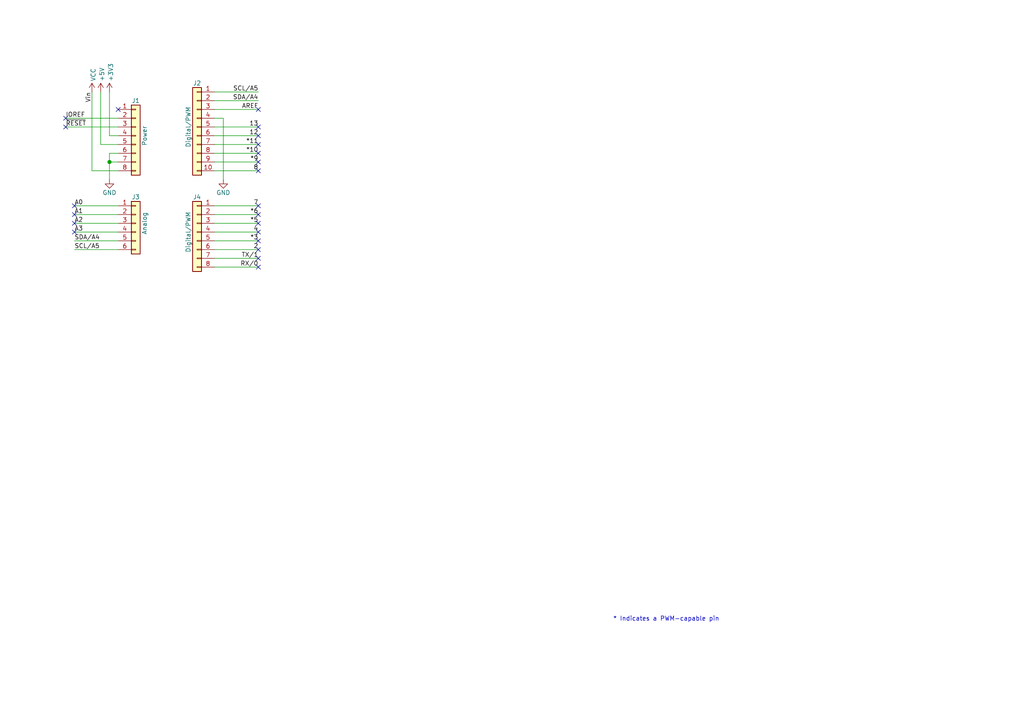
<source format=kicad_sch>
(kicad_sch (version 20211123) (generator eeschema)

  (uuid e63e39d7-6ac0-4ffd-8aa3-1841a4541b55)

  (paper "A4")

  (title_block
    (date "mar. 31 mars 2015")
  )

  (lib_symbols
    (symbol "Connector_Generic:Conn_01x06" (pin_names (offset 1.016) hide) (in_bom yes) (on_board yes)
      (property "Reference" "J" (id 0) (at 0 7.62 0)
        (effects (font (size 1.27 1.27)))
      )
      (property "Value" "Conn_01x06" (id 1) (at 0 -10.16 0)
        (effects (font (size 1.27 1.27)))
      )
      (property "Footprint" "" (id 2) (at 0 0 0)
        (effects (font (size 1.27 1.27)) hide)
      )
      (property "Datasheet" "~" (id 3) (at 0 0 0)
        (effects (font (size 1.27 1.27)) hide)
      )
      (property "ki_keywords" "connector" (id 4) (at 0 0 0)
        (effects (font (size 1.27 1.27)) hide)
      )
      (property "ki_description" "Generic connector, single row, 01x06, script generated (kicad-library-utils/schlib/autogen/connector/)" (id 5) (at 0 0 0)
        (effects (font (size 1.27 1.27)) hide)
      )
      (property "ki_fp_filters" "Connector*:*_1x??_*" (id 6) (at 0 0 0)
        (effects (font (size 1.27 1.27)) hide)
      )
      (symbol "Conn_01x06_1_1"
        (rectangle (start -1.27 -7.493) (end 0 -7.747)
          (stroke (width 0.1524) (type default) (color 0 0 0 0))
          (fill (type none))
        )
        (rectangle (start -1.27 -4.953) (end 0 -5.207)
          (stroke (width 0.1524) (type default) (color 0 0 0 0))
          (fill (type none))
        )
        (rectangle (start -1.27 -2.413) (end 0 -2.667)
          (stroke (width 0.1524) (type default) (color 0 0 0 0))
          (fill (type none))
        )
        (rectangle (start -1.27 0.127) (end 0 -0.127)
          (stroke (width 0.1524) (type default) (color 0 0 0 0))
          (fill (type none))
        )
        (rectangle (start -1.27 2.667) (end 0 2.413)
          (stroke (width 0.1524) (type default) (color 0 0 0 0))
          (fill (type none))
        )
        (rectangle (start -1.27 5.207) (end 0 4.953)
          (stroke (width 0.1524) (type default) (color 0 0 0 0))
          (fill (type none))
        )
        (rectangle (start -1.27 6.35) (end 1.27 -8.89)
          (stroke (width 0.254) (type default) (color 0 0 0 0))
          (fill (type background))
        )
        (pin passive line (at -5.08 5.08 0) (length 3.81)
          (name "Pin_1" (effects (font (size 1.27 1.27))))
          (number "1" (effects (font (size 1.27 1.27))))
        )
        (pin passive line (at -5.08 2.54 0) (length 3.81)
          (name "Pin_2" (effects (font (size 1.27 1.27))))
          (number "2" (effects (font (size 1.27 1.27))))
        )
        (pin passive line (at -5.08 0 0) (length 3.81)
          (name "Pin_3" (effects (font (size 1.27 1.27))))
          (number "3" (effects (font (size 1.27 1.27))))
        )
        (pin passive line (at -5.08 -2.54 0) (length 3.81)
          (name "Pin_4" (effects (font (size 1.27 1.27))))
          (number "4" (effects (font (size 1.27 1.27))))
        )
        (pin passive line (at -5.08 -5.08 0) (length 3.81)
          (name "Pin_5" (effects (font (size 1.27 1.27))))
          (number "5" (effects (font (size 1.27 1.27))))
        )
        (pin passive line (at -5.08 -7.62 0) (length 3.81)
          (name "Pin_6" (effects (font (size 1.27 1.27))))
          (number "6" (effects (font (size 1.27 1.27))))
        )
      )
    )
    (symbol "Connector_Generic:Conn_01x08" (pin_names (offset 1.016) hide) (in_bom yes) (on_board yes)
      (property "Reference" "J" (id 0) (at 0 10.16 0)
        (effects (font (size 1.27 1.27)))
      )
      (property "Value" "Conn_01x08" (id 1) (at 0 -12.7 0)
        (effects (font (size 1.27 1.27)))
      )
      (property "Footprint" "" (id 2) (at 0 0 0)
        (effects (font (size 1.27 1.27)) hide)
      )
      (property "Datasheet" "~" (id 3) (at 0 0 0)
        (effects (font (size 1.27 1.27)) hide)
      )
      (property "ki_keywords" "connector" (id 4) (at 0 0 0)
        (effects (font (size 1.27 1.27)) hide)
      )
      (property "ki_description" "Generic connector, single row, 01x08, script generated (kicad-library-utils/schlib/autogen/connector/)" (id 5) (at 0 0 0)
        (effects (font (size 1.27 1.27)) hide)
      )
      (property "ki_fp_filters" "Connector*:*_1x??_*" (id 6) (at 0 0 0)
        (effects (font (size 1.27 1.27)) hide)
      )
      (symbol "Conn_01x08_1_1"
        (rectangle (start -1.27 -10.033) (end 0 -10.287)
          (stroke (width 0.1524) (type default) (color 0 0 0 0))
          (fill (type none))
        )
        (rectangle (start -1.27 -7.493) (end 0 -7.747)
          (stroke (width 0.1524) (type default) (color 0 0 0 0))
          (fill (type none))
        )
        (rectangle (start -1.27 -4.953) (end 0 -5.207)
          (stroke (width 0.1524) (type default) (color 0 0 0 0))
          (fill (type none))
        )
        (rectangle (start -1.27 -2.413) (end 0 -2.667)
          (stroke (width 0.1524) (type default) (color 0 0 0 0))
          (fill (type none))
        )
        (rectangle (start -1.27 0.127) (end 0 -0.127)
          (stroke (width 0.1524) (type default) (color 0 0 0 0))
          (fill (type none))
        )
        (rectangle (start -1.27 2.667) (end 0 2.413)
          (stroke (width 0.1524) (type default) (color 0 0 0 0))
          (fill (type none))
        )
        (rectangle (start -1.27 5.207) (end 0 4.953)
          (stroke (width 0.1524) (type default) (color 0 0 0 0))
          (fill (type none))
        )
        (rectangle (start -1.27 7.747) (end 0 7.493)
          (stroke (width 0.1524) (type default) (color 0 0 0 0))
          (fill (type none))
        )
        (rectangle (start -1.27 8.89) (end 1.27 -11.43)
          (stroke (width 0.254) (type default) (color 0 0 0 0))
          (fill (type background))
        )
        (pin passive line (at -5.08 7.62 0) (length 3.81)
          (name "Pin_1" (effects (font (size 1.27 1.27))))
          (number "1" (effects (font (size 1.27 1.27))))
        )
        (pin passive line (at -5.08 5.08 0) (length 3.81)
          (name "Pin_2" (effects (font (size 1.27 1.27))))
          (number "2" (effects (font (size 1.27 1.27))))
        )
        (pin passive line (at -5.08 2.54 0) (length 3.81)
          (name "Pin_3" (effects (font (size 1.27 1.27))))
          (number "3" (effects (font (size 1.27 1.27))))
        )
        (pin passive line (at -5.08 0 0) (length 3.81)
          (name "Pin_4" (effects (font (size 1.27 1.27))))
          (number "4" (effects (font (size 1.27 1.27))))
        )
        (pin passive line (at -5.08 -2.54 0) (length 3.81)
          (name "Pin_5" (effects (font (size 1.27 1.27))))
          (number "5" (effects (font (size 1.27 1.27))))
        )
        (pin passive line (at -5.08 -5.08 0) (length 3.81)
          (name "Pin_6" (effects (font (size 1.27 1.27))))
          (number "6" (effects (font (size 1.27 1.27))))
        )
        (pin passive line (at -5.08 -7.62 0) (length 3.81)
          (name "Pin_7" (effects (font (size 1.27 1.27))))
          (number "7" (effects (font (size 1.27 1.27))))
        )
        (pin passive line (at -5.08 -10.16 0) (length 3.81)
          (name "Pin_8" (effects (font (size 1.27 1.27))))
          (number "8" (effects (font (size 1.27 1.27))))
        )
      )
    )
    (symbol "Connector_Generic:Conn_01x10" (pin_names (offset 1.016) hide) (in_bom yes) (on_board yes)
      (property "Reference" "J" (id 0) (at 0 12.7 0)
        (effects (font (size 1.27 1.27)))
      )
      (property "Value" "Conn_01x10" (id 1) (at 0 -15.24 0)
        (effects (font (size 1.27 1.27)))
      )
      (property "Footprint" "" (id 2) (at 0 0 0)
        (effects (font (size 1.27 1.27)) hide)
      )
      (property "Datasheet" "~" (id 3) (at 0 0 0)
        (effects (font (size 1.27 1.27)) hide)
      )
      (property "ki_keywords" "connector" (id 4) (at 0 0 0)
        (effects (font (size 1.27 1.27)) hide)
      )
      (property "ki_description" "Generic connector, single row, 01x10, script generated (kicad-library-utils/schlib/autogen/connector/)" (id 5) (at 0 0 0)
        (effects (font (size 1.27 1.27)) hide)
      )
      (property "ki_fp_filters" "Connector*:*_1x??_*" (id 6) (at 0 0 0)
        (effects (font (size 1.27 1.27)) hide)
      )
      (symbol "Conn_01x10_1_1"
        (rectangle (start -1.27 -12.573) (end 0 -12.827)
          (stroke (width 0.1524) (type default) (color 0 0 0 0))
          (fill (type none))
        )
        (rectangle (start -1.27 -10.033) (end 0 -10.287)
          (stroke (width 0.1524) (type default) (color 0 0 0 0))
          (fill (type none))
        )
        (rectangle (start -1.27 -7.493) (end 0 -7.747)
          (stroke (width 0.1524) (type default) (color 0 0 0 0))
          (fill (type none))
        )
        (rectangle (start -1.27 -4.953) (end 0 -5.207)
          (stroke (width 0.1524) (type default) (color 0 0 0 0))
          (fill (type none))
        )
        (rectangle (start -1.27 -2.413) (end 0 -2.667)
          (stroke (width 0.1524) (type default) (color 0 0 0 0))
          (fill (type none))
        )
        (rectangle (start -1.27 0.127) (end 0 -0.127)
          (stroke (width 0.1524) (type default) (color 0 0 0 0))
          (fill (type none))
        )
        (rectangle (start -1.27 2.667) (end 0 2.413)
          (stroke (width 0.1524) (type default) (color 0 0 0 0))
          (fill (type none))
        )
        (rectangle (start -1.27 5.207) (end 0 4.953)
          (stroke (width 0.1524) (type default) (color 0 0 0 0))
          (fill (type none))
        )
        (rectangle (start -1.27 7.747) (end 0 7.493)
          (stroke (width 0.1524) (type default) (color 0 0 0 0))
          (fill (type none))
        )
        (rectangle (start -1.27 10.287) (end 0 10.033)
          (stroke (width 0.1524) (type default) (color 0 0 0 0))
          (fill (type none))
        )
        (rectangle (start -1.27 11.43) (end 1.27 -13.97)
          (stroke (width 0.254) (type default) (color 0 0 0 0))
          (fill (type background))
        )
        (pin passive line (at -5.08 10.16 0) (length 3.81)
          (name "Pin_1" (effects (font (size 1.27 1.27))))
          (number "1" (effects (font (size 1.27 1.27))))
        )
        (pin passive line (at -5.08 -12.7 0) (length 3.81)
          (name "Pin_10" (effects (font (size 1.27 1.27))))
          (number "10" (effects (font (size 1.27 1.27))))
        )
        (pin passive line (at -5.08 7.62 0) (length 3.81)
          (name "Pin_2" (effects (font (size 1.27 1.27))))
          (number "2" (effects (font (size 1.27 1.27))))
        )
        (pin passive line (at -5.08 5.08 0) (length 3.81)
          (name "Pin_3" (effects (font (size 1.27 1.27))))
          (number "3" (effects (font (size 1.27 1.27))))
        )
        (pin passive line (at -5.08 2.54 0) (length 3.81)
          (name "Pin_4" (effects (font (size 1.27 1.27))))
          (number "4" (effects (font (size 1.27 1.27))))
        )
        (pin passive line (at -5.08 0 0) (length 3.81)
          (name "Pin_5" (effects (font (size 1.27 1.27))))
          (number "5" (effects (font (size 1.27 1.27))))
        )
        (pin passive line (at -5.08 -2.54 0) (length 3.81)
          (name "Pin_6" (effects (font (size 1.27 1.27))))
          (number "6" (effects (font (size 1.27 1.27))))
        )
        (pin passive line (at -5.08 -5.08 0) (length 3.81)
          (name "Pin_7" (effects (font (size 1.27 1.27))))
          (number "7" (effects (font (size 1.27 1.27))))
        )
        (pin passive line (at -5.08 -7.62 0) (length 3.81)
          (name "Pin_8" (effects (font (size 1.27 1.27))))
          (number "8" (effects (font (size 1.27 1.27))))
        )
        (pin passive line (at -5.08 -10.16 0) (length 3.81)
          (name "Pin_9" (effects (font (size 1.27 1.27))))
          (number "9" (effects (font (size 1.27 1.27))))
        )
      )
    )
    (symbol "power:+3V3" (power) (pin_names (offset 0)) (in_bom yes) (on_board yes)
      (property "Reference" "#PWR" (id 0) (at 0 -3.81 0)
        (effects (font (size 1.27 1.27)) hide)
      )
      (property "Value" "+3V3" (id 1) (at 0 3.556 0)
        (effects (font (size 1.27 1.27)))
      )
      (property "Footprint" "" (id 2) (at 0 0 0)
        (effects (font (size 1.27 1.27)) hide)
      )
      (property "Datasheet" "" (id 3) (at 0 0 0)
        (effects (font (size 1.27 1.27)) hide)
      )
      (property "ki_keywords" "power-flag" (id 4) (at 0 0 0)
        (effects (font (size 1.27 1.27)) hide)
      )
      (property "ki_description" "Power symbol creates a global label with name \"+3V3\"" (id 5) (at 0 0 0)
        (effects (font (size 1.27 1.27)) hide)
      )
      (symbol "+3V3_0_1"
        (polyline
          (pts
            (xy -0.762 1.27)
            (xy 0 2.54)
          )
          (stroke (width 0) (type default) (color 0 0 0 0))
          (fill (type none))
        )
        (polyline
          (pts
            (xy 0 0)
            (xy 0 2.54)
          )
          (stroke (width 0) (type default) (color 0 0 0 0))
          (fill (type none))
        )
        (polyline
          (pts
            (xy 0 2.54)
            (xy 0.762 1.27)
          )
          (stroke (width 0) (type default) (color 0 0 0 0))
          (fill (type none))
        )
      )
      (symbol "+3V3_1_1"
        (pin power_in line (at 0 0 90) (length 0) hide
          (name "+3V3" (effects (font (size 1.27 1.27))))
          (number "1" (effects (font (size 1.27 1.27))))
        )
      )
    )
    (symbol "power:+5V" (power) (pin_names (offset 0)) (in_bom yes) (on_board yes)
      (property "Reference" "#PWR" (id 0) (at 0 -3.81 0)
        (effects (font (size 1.27 1.27)) hide)
      )
      (property "Value" "+5V" (id 1) (at 0 3.556 0)
        (effects (font (size 1.27 1.27)))
      )
      (property "Footprint" "" (id 2) (at 0 0 0)
        (effects (font (size 1.27 1.27)) hide)
      )
      (property "Datasheet" "" (id 3) (at 0 0 0)
        (effects (font (size 1.27 1.27)) hide)
      )
      (property "ki_keywords" "power-flag" (id 4) (at 0 0 0)
        (effects (font (size 1.27 1.27)) hide)
      )
      (property "ki_description" "Power symbol creates a global label with name \"+5V\"" (id 5) (at 0 0 0)
        (effects (font (size 1.27 1.27)) hide)
      )
      (symbol "+5V_0_1"
        (polyline
          (pts
            (xy -0.762 1.27)
            (xy 0 2.54)
          )
          (stroke (width 0) (type default) (color 0 0 0 0))
          (fill (type none))
        )
        (polyline
          (pts
            (xy 0 0)
            (xy 0 2.54)
          )
          (stroke (width 0) (type default) (color 0 0 0 0))
          (fill (type none))
        )
        (polyline
          (pts
            (xy 0 2.54)
            (xy 0.762 1.27)
          )
          (stroke (width 0) (type default) (color 0 0 0 0))
          (fill (type none))
        )
      )
      (symbol "+5V_1_1"
        (pin power_in line (at 0 0 90) (length 0) hide
          (name "+5V" (effects (font (size 1.27 1.27))))
          (number "1" (effects (font (size 1.27 1.27))))
        )
      )
    )
    (symbol "power:GND" (power) (pin_names (offset 0)) (in_bom yes) (on_board yes)
      (property "Reference" "#PWR" (id 0) (at 0 -6.35 0)
        (effects (font (size 1.27 1.27)) hide)
      )
      (property "Value" "GND" (id 1) (at 0 -3.81 0)
        (effects (font (size 1.27 1.27)))
      )
      (property "Footprint" "" (id 2) (at 0 0 0)
        (effects (font (size 1.27 1.27)) hide)
      )
      (property "Datasheet" "" (id 3) (at 0 0 0)
        (effects (font (size 1.27 1.27)) hide)
      )
      (property "ki_keywords" "power-flag" (id 4) (at 0 0 0)
        (effects (font (size 1.27 1.27)) hide)
      )
      (property "ki_description" "Power symbol creates a global label with name \"GND\" , ground" (id 5) (at 0 0 0)
        (effects (font (size 1.27 1.27)) hide)
      )
      (symbol "GND_0_1"
        (polyline
          (pts
            (xy 0 0)
            (xy 0 -1.27)
            (xy 1.27 -1.27)
            (xy 0 -2.54)
            (xy -1.27 -1.27)
            (xy 0 -1.27)
          )
          (stroke (width 0) (type default) (color 0 0 0 0))
          (fill (type none))
        )
      )
      (symbol "GND_1_1"
        (pin power_in line (at 0 0 270) (length 0) hide
          (name "GND" (effects (font (size 1.27 1.27))))
          (number "1" (effects (font (size 1.27 1.27))))
        )
      )
    )
    (symbol "power:VCC" (power) (pin_names (offset 0)) (in_bom yes) (on_board yes)
      (property "Reference" "#PWR" (id 0) (at 0 -3.81 0)
        (effects (font (size 1.27 1.27)) hide)
      )
      (property "Value" "VCC" (id 1) (at 0 3.81 0)
        (effects (font (size 1.27 1.27)))
      )
      (property "Footprint" "" (id 2) (at 0 0 0)
        (effects (font (size 1.27 1.27)) hide)
      )
      (property "Datasheet" "" (id 3) (at 0 0 0)
        (effects (font (size 1.27 1.27)) hide)
      )
      (property "ki_keywords" "power-flag" (id 4) (at 0 0 0)
        (effects (font (size 1.27 1.27)) hide)
      )
      (property "ki_description" "Power symbol creates a global label with name \"VCC\"" (id 5) (at 0 0 0)
        (effects (font (size 1.27 1.27)) hide)
      )
      (symbol "VCC_0_1"
        (polyline
          (pts
            (xy -0.762 1.27)
            (xy 0 2.54)
          )
          (stroke (width 0) (type default) (color 0 0 0 0))
          (fill (type none))
        )
        (polyline
          (pts
            (xy 0 0)
            (xy 0 2.54)
          )
          (stroke (width 0) (type default) (color 0 0 0 0))
          (fill (type none))
        )
        (polyline
          (pts
            (xy 0 2.54)
            (xy 0.762 1.27)
          )
          (stroke (width 0) (type default) (color 0 0 0 0))
          (fill (type none))
        )
      )
      (symbol "VCC_1_1"
        (pin power_in line (at 0 0 90) (length 0) hide
          (name "VCC" (effects (font (size 1.27 1.27))))
          (number "1" (effects (font (size 1.27 1.27))))
        )
      )
    )
  )


  (junction (at 31.75 46.99) (diameter 1.016) (color 0 0 0 0)
    (uuid 3dcc657b-55a1-48e0-9667-e01e7b6b08b5)
  )

  (no_connect (at 74.93 39.37) (uuid 04bc50b1-58d9-4bca-b12e-c148662f3261))
  (no_connect (at 21.59 64.77) (uuid 0f44bc07-ddef-4f80-b6c4-8a6f4e834dad))
  (no_connect (at 74.93 77.47) (uuid 15b66314-8e59-42d5-acbd-947adb71823a))
  (no_connect (at 74.93 49.53) (uuid 189aeade-fb7b-4114-b31a-19a6aecd5f2d))
  (no_connect (at 74.93 74.93) (uuid 1cf9ba2a-7118-4df6-8a4b-291c1d232516))
  (no_connect (at 21.59 59.69) (uuid 239ffa26-8dfb-4312-a9fe-b089031c814a))
  (no_connect (at 74.93 59.69) (uuid 23f441fa-848b-4475-8003-6d2cbbaf2ec9))
  (no_connect (at 74.93 67.31) (uuid 79a9cc82-167b-42d0-abc1-514b9d25abb9))
  (no_connect (at 74.93 62.23) (uuid 81015c2c-786f-406f-9c7f-4661db8de610))
  (no_connect (at 21.59 62.23) (uuid aa1fdc02-e155-48ea-84a3-9c18b0becbf0))
  (no_connect (at 74.93 69.85) (uuid b070f3d4-05ac-4354-b20c-a690126b7035))
  (no_connect (at 19.05 36.83) (uuid b43e071a-f4a4-4f9b-9b05-e927e71738b0))
  (no_connect (at 74.93 41.91) (uuid b98eeb0f-9417-4796-902e-5713e85f7098))
  (no_connect (at 21.59 67.31) (uuid bd7b8e46-0cd5-44e3-9662-4a5bb9c1aef6))
  (no_connect (at 74.93 72.39) (uuid c2c68870-74ff-444e-959c-3471ff5eaa55))
  (no_connect (at 74.93 46.99) (uuid c4bd55ab-3d50-468f-abad-daa5524c4d18))
  (no_connect (at 34.29 31.75) (uuid d181157c-7812-47e5-a0cf-9580c905fc86))
  (no_connect (at 19.05 34.29) (uuid d2b27b90-f4c3-412d-93a0-c12b0d7045a3))
  (no_connect (at 74.93 36.83) (uuid d7686385-9c15-4cf4-92c1-4600429f5cd7))
  (no_connect (at 74.93 44.45) (uuid e3dc7e96-9ed3-4bf6-9238-bb980d5c060b))
  (no_connect (at 74.93 31.75) (uuid e6e2f6f4-4bbe-4d2b-80a9-ef9c087e67b0))
  (no_connect (at 74.93 64.77) (uuid ef81cb57-e584-4d62-83cf-957ff07ff129))

  (wire (pts (xy 62.23 77.47) (xy 74.93 77.47))
    (stroke (width 0) (type solid) (color 0 0 0 0))
    (uuid 010ba307-2067-49d3-b0fa-6414143f3fc2)
  )
  (wire (pts (xy 62.23 44.45) (xy 74.93 44.45))
    (stroke (width 0) (type solid) (color 0 0 0 0))
    (uuid 09480ba4-37da-45e3-b9fe-6beebf876349)
  )
  (wire (pts (xy 62.23 26.67) (xy 74.93 26.67))
    (stroke (width 0) (type solid) (color 0 0 0 0))
    (uuid 0f5d2189-4ead-42fa-8f7a-cfa3af4de132)
  )
  (wire (pts (xy 31.75 44.45) (xy 31.75 46.99))
    (stroke (width 0) (type solid) (color 0 0 0 0))
    (uuid 1c31b835-925f-4a5c-92df-8f2558bb711b)
  )
  (wire (pts (xy 21.59 72.39) (xy 34.29 72.39))
    (stroke (width 0) (type solid) (color 0 0 0 0))
    (uuid 20854542-d0b0-4be7-af02-0e5fceb34e01)
  )
  (wire (pts (xy 31.75 46.99) (xy 31.75 52.07))
    (stroke (width 0) (type solid) (color 0 0 0 0))
    (uuid 2df788b2-ce68-49bc-a497-4b6570a17f30)
  )
  (wire (pts (xy 31.75 39.37) (xy 34.29 39.37))
    (stroke (width 0) (type solid) (color 0 0 0 0))
    (uuid 3334b11d-5a13-40b4-a117-d693c543e4ab)
  )
  (wire (pts (xy 29.21 41.91) (xy 34.29 41.91))
    (stroke (width 0) (type solid) (color 0 0 0 0))
    (uuid 3661f80c-fef8-4441-83be-df8930b3b45e)
  )
  (wire (pts (xy 29.21 26.67) (xy 29.21 41.91))
    (stroke (width 0) (type solid) (color 0 0 0 0))
    (uuid 392bf1f6-bf67-427d-8d4c-0a87cb757556)
  )
  (wire (pts (xy 62.23 36.83) (xy 74.93 36.83))
    (stroke (width 0) (type solid) (color 0 0 0 0))
    (uuid 4227fa6f-c399-4f14-8228-23e39d2b7e7d)
  )
  (wire (pts (xy 31.75 26.67) (xy 31.75 39.37))
    (stroke (width 0) (type solid) (color 0 0 0 0))
    (uuid 442fb4de-4d55-45de-bc27-3e6222ceb890)
  )
  (wire (pts (xy 62.23 59.69) (xy 74.93 59.69))
    (stroke (width 0) (type solid) (color 0 0 0 0))
    (uuid 4455ee2e-5642-42c1-a83b-f7e65fa0c2f1)
  )
  (wire (pts (xy 34.29 59.69) (xy 21.59 59.69))
    (stroke (width 0) (type solid) (color 0 0 0 0))
    (uuid 486ca832-85f4-4989-b0f4-569faf9be534)
  )
  (wire (pts (xy 62.23 39.37) (xy 74.93 39.37))
    (stroke (width 0) (type solid) (color 0 0 0 0))
    (uuid 4a910b57-a5cd-4105-ab4f-bde2a80d4f00)
  )
  (wire (pts (xy 62.23 62.23) (xy 74.93 62.23))
    (stroke (width 0) (type solid) (color 0 0 0 0))
    (uuid 4e60e1af-19bd-45a0-b418-b7030b594dde)
  )
  (wire (pts (xy 62.23 46.99) (xy 74.93 46.99))
    (stroke (width 0) (type solid) (color 0 0 0 0))
    (uuid 63f2b71b-521b-4210-bf06-ed65e330fccc)
  )
  (wire (pts (xy 62.23 67.31) (xy 74.93 67.31))
    (stroke (width 0) (type solid) (color 0 0 0 0))
    (uuid 6bb3ea5f-9e60-4add-9d97-244be2cf61d2)
  )
  (wire (pts (xy 19.05 34.29) (xy 34.29 34.29))
    (stroke (width 0) (type solid) (color 0 0 0 0))
    (uuid 73d4774c-1387-4550-b580-a1cc0ac89b89)
  )
  (wire (pts (xy 64.77 34.29) (xy 64.77 52.07))
    (stroke (width 0) (type solid) (color 0 0 0 0))
    (uuid 84ce350c-b0c1-4e69-9ab2-f7ec7b8bb312)
  )
  (wire (pts (xy 62.23 31.75) (xy 74.93 31.75))
    (stroke (width 0) (type solid) (color 0 0 0 0))
    (uuid 8a3d35a2-f0f6-4dec-a606-7c8e288ca828)
  )
  (wire (pts (xy 34.29 64.77) (xy 21.59 64.77))
    (stroke (width 0) (type solid) (color 0 0 0 0))
    (uuid 9377eb1a-3b12-438c-8ebd-f86ace1e8d25)
  )
  (wire (pts (xy 19.05 36.83) (xy 34.29 36.83))
    (stroke (width 0) (type solid) (color 0 0 0 0))
    (uuid 93e52853-9d1e-4afe-aee8-b825ab9f5d09)
  )
  (wire (pts (xy 34.29 46.99) (xy 31.75 46.99))
    (stroke (width 0) (type solid) (color 0 0 0 0))
    (uuid 97df9ac9-dbb8-472e-b84f-3684d0eb5efc)
  )
  (wire (pts (xy 34.29 49.53) (xy 26.67 49.53))
    (stroke (width 0) (type solid) (color 0 0 0 0))
    (uuid a7518f9d-05df-4211-ba17-5d615f04ec46)
  )
  (wire (pts (xy 21.59 62.23) (xy 34.29 62.23))
    (stroke (width 0) (type solid) (color 0 0 0 0))
    (uuid aab97e46-23d6-4cbf-8684-537b94306d68)
  )
  (wire (pts (xy 62.23 34.29) (xy 64.77 34.29))
    (stroke (width 0) (type solid) (color 0 0 0 0))
    (uuid bcbc7302-8a54-4b9b-98b9-f277f1b20941)
  )
  (wire (pts (xy 34.29 44.45) (xy 31.75 44.45))
    (stroke (width 0) (type solid) (color 0 0 0 0))
    (uuid c12796ad-cf20-466f-9ab3-9cf441392c32)
  )
  (wire (pts (xy 62.23 41.91) (xy 74.93 41.91))
    (stroke (width 0) (type solid) (color 0 0 0 0))
    (uuid c722a1ff-12f1-49e5-88a4-44ffeb509ca2)
  )
  (wire (pts (xy 62.23 64.77) (xy 74.93 64.77))
    (stroke (width 0) (type solid) (color 0 0 0 0))
    (uuid cfe99980-2d98-4372-b495-04c53027340b)
  )
  (wire (pts (xy 21.59 67.31) (xy 34.29 67.31))
    (stroke (width 0) (type solid) (color 0 0 0 0))
    (uuid d3042136-2605-44b2-aebb-5484a9c90933)
  )
  (wire (pts (xy 62.23 29.21) (xy 74.93 29.21))
    (stroke (width 0) (type solid) (color 0 0 0 0))
    (uuid e7278977-132b-4777-9eb4-7d93363a4379)
  )
  (wire (pts (xy 62.23 72.39) (xy 74.93 72.39))
    (stroke (width 0) (type solid) (color 0 0 0 0))
    (uuid e9bdd59b-3252-4c44-a357-6fa1af0c210c)
  )
  (wire (pts (xy 62.23 69.85) (xy 74.93 69.85))
    (stroke (width 0) (type solid) (color 0 0 0 0))
    (uuid ec76dcc9-9949-4dda-bd76-046204829cb4)
  )
  (wire (pts (xy 62.23 74.93) (xy 74.93 74.93))
    (stroke (width 0) (type solid) (color 0 0 0 0))
    (uuid f853d1d4-c722-44df-98bf-4a6114204628)
  )
  (wire (pts (xy 26.67 49.53) (xy 26.67 26.67))
    (stroke (width 0) (type solid) (color 0 0 0 0))
    (uuid f8de70cd-e47d-4e80-8f3a-077e9df93aa8)
  )
  (wire (pts (xy 34.29 69.85) (xy 21.59 69.85))
    (stroke (width 0) (type solid) (color 0 0 0 0))
    (uuid fc39c32d-65b8-4d16-9db5-de89c54a1206)
  )
  (wire (pts (xy 62.23 49.53) (xy 74.93 49.53))
    (stroke (width 0) (type solid) (color 0 0 0 0))
    (uuid fe837306-92d0-4847-ad21-76c47ae932d1)
  )

  (text "* Indicates a PWM-capable pin" (at 177.8 180.34 0)
    (effects (font (size 1.27 1.27)) (justify left bottom))
    (uuid c364973a-9a67-4667-8185-a3a5c6c6cbdf)
  )

  (label "RX{slash}0" (at 74.93 77.47 180)
    (effects (font (size 1.27 1.27)) (justify right bottom))
    (uuid 01ea9310-cf66-436b-9b89-1a2f4237b59e)
  )
  (label "A2" (at 21.59 64.77 0)
    (effects (font (size 1.27 1.27)) (justify left bottom))
    (uuid 09251fd4-af37-4d86-8951-1faaac710ffa)
  )
  (label "4" (at 74.93 67.31 180)
    (effects (font (size 1.27 1.27)) (justify right bottom))
    (uuid 0d8cfe6d-11bf-42b9-9752-f9a5a76bce7e)
  )
  (label "2" (at 74.93 72.39 180)
    (effects (font (size 1.27 1.27)) (justify right bottom))
    (uuid 23f0c933-49f0-4410-a8db-8b017f48dadc)
  )
  (label "A3" (at 21.59 67.31 0)
    (effects (font (size 1.27 1.27)) (justify left bottom))
    (uuid 2c60ab74-0590-423b-8921-6f3212a358d2)
  )
  (label "13" (at 74.93 36.83 180)
    (effects (font (size 1.27 1.27)) (justify right bottom))
    (uuid 35bc5b35-b7b2-44d5-bbed-557f428649b2)
  )
  (label "12" (at 74.93 39.37 180)
    (effects (font (size 1.27 1.27)) (justify right bottom))
    (uuid 3ffaa3b1-1d78-4c7b-bdf9-f1a8019c92fd)
  )
  (label "~{RESET}" (at 19.05 36.83 0)
    (effects (font (size 1.27 1.27)) (justify left bottom))
    (uuid 49585dba-cfa7-4813-841e-9d900d43ecf4)
  )
  (label "*10" (at 74.93 44.45 180)
    (effects (font (size 1.27 1.27)) (justify right bottom))
    (uuid 54be04e4-fffa-4f7f-8a5f-d0de81314e8f)
  )
  (label "7" (at 74.93 59.69 180)
    (effects (font (size 1.27 1.27)) (justify right bottom))
    (uuid 873d2c88-519e-482f-a3ed-2484e5f9417e)
  )
  (label "SDA{slash}A4" (at 74.93 29.21 180)
    (effects (font (size 1.27 1.27)) (justify right bottom))
    (uuid 8885a9dc-224d-44c5-8601-05c1d9983e09)
  )
  (label "8" (at 74.93 49.53 180)
    (effects (font (size 1.27 1.27)) (justify right bottom))
    (uuid 89b0e564-e7aa-4224-80c9-3f0614fede8f)
  )
  (label "*11" (at 74.93 41.91 180)
    (effects (font (size 1.27 1.27)) (justify right bottom))
    (uuid 9ad5a781-2469-4c8f-8abf-a1c3586f7cb7)
  )
  (label "*3" (at 74.93 69.85 180)
    (effects (font (size 1.27 1.27)) (justify right bottom))
    (uuid 9cccf5f9-68a4-4e61-b418-6185dd6a5f9a)
  )
  (label "A1" (at 21.59 62.23 0)
    (effects (font (size 1.27 1.27)) (justify left bottom))
    (uuid acc9991b-1bdd-4544-9a08-4037937485cb)
  )
  (label "TX{slash}1" (at 74.93 74.93 180)
    (effects (font (size 1.27 1.27)) (justify right bottom))
    (uuid ae2c9582-b445-44bd-b371-7fc74f6cf852)
  )
  (label "A0" (at 21.59 59.69 0)
    (effects (font (size 1.27 1.27)) (justify left bottom))
    (uuid ba02dc27-26a3-4648-b0aa-06b6dcaf001f)
  )
  (label "AREF" (at 74.93 31.75 180)
    (effects (font (size 1.27 1.27)) (justify right bottom))
    (uuid bbf52cf8-6d97-4499-a9ee-3657cebcdabf)
  )
  (label "Vin" (at 26.67 26.67 270)
    (effects (font (size 1.27 1.27)) (justify right bottom))
    (uuid c348793d-eec0-4f33-9b91-2cae8b4224a4)
  )
  (label "*6" (at 74.93 62.23 180)
    (effects (font (size 1.27 1.27)) (justify right bottom))
    (uuid c775d4e8-c37b-4e73-90c1-1c8d36333aac)
  )
  (label "SCL{slash}A5" (at 74.93 26.67 180)
    (effects (font (size 1.27 1.27)) (justify right bottom))
    (uuid cba886fc-172a-42fe-8e4c-daace6eaef8e)
  )
  (label "*9" (at 74.93 46.99 180)
    (effects (font (size 1.27 1.27)) (justify right bottom))
    (uuid ccb58899-a82d-403c-b30b-ee351d622e9c)
  )
  (label "*5" (at 74.93 64.77 180)
    (effects (font (size 1.27 1.27)) (justify right bottom))
    (uuid d9a65242-9c26-45cd-9a55-3e69f0d77784)
  )
  (label "IOREF" (at 19.05 34.29 0)
    (effects (font (size 1.27 1.27)) (justify left bottom))
    (uuid de819ae4-b245-474b-a426-865ba877b8a2)
  )
  (label "SDA{slash}A4" (at 21.59 69.85 0)
    (effects (font (size 1.27 1.27)) (justify left bottom))
    (uuid e7ce99b8-ca22-4c56-9e55-39d32c709f3c)
  )
  (label "SCL{slash}A5" (at 21.59 72.39 0)
    (effects (font (size 1.27 1.27)) (justify left bottom))
    (uuid ea5aa60b-a25e-41a1-9e06-c7b6f957567f)
  )

  (symbol (lib_id "Connector_Generic:Conn_01x08") (at 39.37 39.37 0) (unit 1)
    (in_bom yes) (on_board yes)
    (uuid 00000000-0000-0000-0000-000056d71773)
    (property "Reference" "J1" (id 0) (at 39.37 29.21 0))
    (property "Value" "Power" (id 1) (at 41.91 39.37 90))
    (property "Footprint" "Connector_PinSocket_2.54mm:PinSocket_1x08_P2.54mm_Vertical" (id 2) (at 39.37 39.37 0)
      (effects (font (size 1.27 1.27)) hide)
    )
    (property "Datasheet" "" (id 3) (at 39.37 39.37 0))
    (pin "1" (uuid d4c02b7e-3be7-4193-a989-fb40130f3319))
    (pin "2" (uuid 1d9f20f8-8d42-4e3d-aece-4c12cc80d0d3))
    (pin "3" (uuid 4801b550-c773-45a3-9bc6-15a3e9341f08))
    (pin "4" (uuid fbe5a73e-5be6-45ba-85f2-2891508cd936))
    (pin "5" (uuid 8f0d2977-6611-4bfc-9a74-1791861e9159))
    (pin "6" (uuid 270f30a7-c159-467b-ab5f-aee66a24a8c7))
    (pin "7" (uuid 760eb2a5-8bbd-4298-88f0-2b1528e020ff))
    (pin "8" (uuid 6a44a55c-6ae0-4d79-b4a1-52d3e48a7065))
  )

  (symbol (lib_id "power:+3V3") (at 31.75 26.67 0) (unit 1)
    (in_bom yes) (on_board yes)
    (uuid 00000000-0000-0000-0000-000056d71aa9)
    (property "Reference" "#PWR03" (id 0) (at 31.75 30.48 0)
      (effects (font (size 1.27 1.27)) hide)
    )
    (property "Value" "+3.3V" (id 1) (at 32.131 23.622 90)
      (effects (font (size 1.27 1.27)) (justify left))
    )
    (property "Footprint" "" (id 2) (at 31.75 26.67 0))
    (property "Datasheet" "" (id 3) (at 31.75 26.67 0))
    (pin "1" (uuid 25f7f7e2-1fc6-41d8-a14b-2d2742e98c50))
  )

  (symbol (lib_id "power:+5V") (at 29.21 26.67 0) (unit 1)
    (in_bom yes) (on_board yes)
    (uuid 00000000-0000-0000-0000-000056d71d10)
    (property "Reference" "#PWR02" (id 0) (at 29.21 30.48 0)
      (effects (font (size 1.27 1.27)) hide)
    )
    (property "Value" "+5V" (id 1) (at 29.5656 23.622 90)
      (effects (font (size 1.27 1.27)) (justify left))
    )
    (property "Footprint" "" (id 2) (at 29.21 26.67 0))
    (property "Datasheet" "" (id 3) (at 29.21 26.67 0))
    (pin "1" (uuid fdd33dcf-399e-4ac6-99f5-9ccff615cf55))
  )

  (symbol (lib_id "power:GND") (at 31.75 52.07 0) (unit 1)
    (in_bom yes) (on_board yes)
    (uuid 00000000-0000-0000-0000-000056d721e6)
    (property "Reference" "#PWR04" (id 0) (at 31.75 58.42 0)
      (effects (font (size 1.27 1.27)) hide)
    )
    (property "Value" "GND" (id 1) (at 31.75 55.88 0))
    (property "Footprint" "" (id 2) (at 31.75 52.07 0))
    (property "Datasheet" "" (id 3) (at 31.75 52.07 0))
    (pin "1" (uuid 87fd47b6-2ebb-4b03-a4f0-be8b5717bf68))
  )

  (symbol (lib_id "Connector_Generic:Conn_01x10") (at 57.15 36.83 0) (mirror y) (unit 1)
    (in_bom yes) (on_board yes)
    (uuid 00000000-0000-0000-0000-000056d72368)
    (property "Reference" "J2" (id 0) (at 57.15 24.13 0))
    (property "Value" "Digital/PWM" (id 1) (at 54.61 36.83 90))
    (property "Footprint" "Connector_PinSocket_2.54mm:PinSocket_1x10_P2.54mm_Vertical" (id 2) (at 57.15 36.83 0)
      (effects (font (size 1.27 1.27)) hide)
    )
    (property "Datasheet" "" (id 3) (at 57.15 36.83 0))
    (pin "1" (uuid 479c0210-c5dd-4420-aa63-d8c5247cc255))
    (pin "10" (uuid 69b11fa8-6d66-48cf-aa54-1a3009033625))
    (pin "2" (uuid 013a3d11-607f-4568-bbac-ce1ce9ce9f7a))
    (pin "3" (uuid 92bea09f-8c05-493b-981e-5298e629b225))
    (pin "4" (uuid 66c1cab1-9206-4430-914c-14dcf23db70f))
    (pin "5" (uuid e264de4a-49ca-4afe-b718-4f94ad734148))
    (pin "6" (uuid 03467115-7f58-481b-9fbc-afb2550dd13c))
    (pin "7" (uuid 9aa9dec0-f260-4bba-a6cf-25f804e6b111))
    (pin "8" (uuid a3a57bae-7391-4e6d-b628-e6aff8f8ed86))
    (pin "9" (uuid 00a2e9f5-f40a-49ba-91e4-cbef19d3b42b))
  )

  (symbol (lib_id "power:GND") (at 64.77 52.07 0) (unit 1)
    (in_bom yes) (on_board yes)
    (uuid 00000000-0000-0000-0000-000056d72a3d)
    (property "Reference" "#PWR05" (id 0) (at 64.77 58.42 0)
      (effects (font (size 1.27 1.27)) hide)
    )
    (property "Value" "GND" (id 1) (at 64.77 55.88 0))
    (property "Footprint" "" (id 2) (at 64.77 52.07 0))
    (property "Datasheet" "" (id 3) (at 64.77 52.07 0))
    (pin "1" (uuid dcc7d892-ae5b-4d8f-ab19-e541f0cf0497))
  )

  (symbol (lib_id "Connector_Generic:Conn_01x06") (at 39.37 64.77 0) (unit 1)
    (in_bom yes) (on_board yes)
    (uuid 00000000-0000-0000-0000-000056d72f1c)
    (property "Reference" "J3" (id 0) (at 39.37 57.15 0))
    (property "Value" "Analog" (id 1) (at 41.91 64.77 90))
    (property "Footprint" "Connector_PinSocket_2.54mm:PinSocket_1x06_P2.54mm_Vertical" (id 2) (at 39.37 64.77 0)
      (effects (font (size 1.27 1.27)) hide)
    )
    (property "Datasheet" "~" (id 3) (at 39.37 64.77 0)
      (effects (font (size 1.27 1.27)) hide)
    )
    (pin "1" (uuid 1e1d0a18-dba5-42d5-95e9-627b560e331d))
    (pin "2" (uuid 11423bda-2cc6-48db-b907-033a5ced98b7))
    (pin "3" (uuid 20a4b56c-be89-418e-a029-3b98e8beca2b))
    (pin "4" (uuid 163db149-f951-4db7-8045-a808c21d7a66))
    (pin "5" (uuid d47b8a11-7971-42ed-a188-2ff9f0b98c7a))
    (pin "6" (uuid 57b1224b-fab7-4047-863e-42b792ecf64b))
  )

  (symbol (lib_id "Connector_Generic:Conn_01x08") (at 57.15 67.31 0) (mirror y) (unit 1)
    (in_bom yes) (on_board yes)
    (uuid 00000000-0000-0000-0000-000056d734d0)
    (property "Reference" "J4" (id 0) (at 57.15 57.15 0))
    (property "Value" "Digital/PWM" (id 1) (at 54.61 67.31 90))
    (property "Footprint" "Connector_PinSocket_2.54mm:PinSocket_1x08_P2.54mm_Vertical" (id 2) (at 57.15 67.31 0)
      (effects (font (size 1.27 1.27)) hide)
    )
    (property "Datasheet" "" (id 3) (at 57.15 67.31 0))
    (pin "1" (uuid 5381a37b-26e9-4dc5-a1df-d5846cca7e02))
    (pin "2" (uuid a4e4eabd-ecd9-495d-83e1-d1e1e828ff74))
    (pin "3" (uuid b659d690-5ae4-4e88-8049-6e4694137cd1))
    (pin "4" (uuid 01e4a515-1e76-4ac0-8443-cb9dae94686e))
    (pin "5" (uuid fadf7cf0-7a5e-4d79-8b36-09596a4f1208))
    (pin "6" (uuid 848129ec-e7db-4164-95a7-d7b289ecb7c4))
    (pin "7" (uuid b7a20e44-a4b2-4578-93ae-e5a04c1f0135))
    (pin "8" (uuid c0cfa2f9-a894-4c72-b71e-f8c87c0a0712))
  )

  (symbol (lib_id "power:VCC") (at 26.67 26.67 0) (unit 1)
    (in_bom yes) (on_board yes)
    (uuid 5ca20c89-dc15-4322-ac65-caf5d0f5fcce)
    (property "Reference" "#PWR01" (id 0) (at 26.67 30.48 0)
      (effects (font (size 1.27 1.27)) hide)
    )
    (property "Value" "VCC" (id 1) (at 27.051 23.622 90)
      (effects (font (size 1.27 1.27)) (justify left))
    )
    (property "Footprint" "" (id 2) (at 26.67 26.67 0)
      (effects (font (size 1.27 1.27)) hide)
    )
    (property "Datasheet" "" (id 3) (at 26.67 26.67 0)
      (effects (font (size 1.27 1.27)) hide)
    )
    (pin "1" (uuid 6bd03990-0c6f-47aa-a191-9be4dd5032ee))
  )

  (sheet_instances
    (path "/" (page "1"))
  )

  (symbol_instances
    (path "/5ca20c89-dc15-4322-ac65-caf5d0f5fcce"
      (reference "#PWR01") (unit 1) (value "VCC") (footprint "")
    )
    (path "/00000000-0000-0000-0000-000056d71d10"
      (reference "#PWR02") (unit 1) (value "+5V") (footprint "")
    )
    (path "/00000000-0000-0000-0000-000056d71aa9"
      (reference "#PWR03") (unit 1) (value "+3.3V") (footprint "")
    )
    (path "/00000000-0000-0000-0000-000056d721e6"
      (reference "#PWR04") (unit 1) (value "GND") (footprint "")
    )
    (path "/00000000-0000-0000-0000-000056d72a3d"
      (reference "#PWR05") (unit 1) (value "GND") (footprint "")
    )
    (path "/00000000-0000-0000-0000-000056d71773"
      (reference "J1") (unit 1) (value "Power") (footprint "Connector_PinSocket_2.54mm:PinSocket_1x08_P2.54mm_Vertical")
    )
    (path "/00000000-0000-0000-0000-000056d72368"
      (reference "J2") (unit 1) (value "Digital/PWM") (footprint "Connector_PinSocket_2.54mm:PinSocket_1x10_P2.54mm_Vertical")
    )
    (path "/00000000-0000-0000-0000-000056d72f1c"
      (reference "J3") (unit 1) (value "Analog") (footprint "Connector_PinSocket_2.54mm:PinSocket_1x06_P2.54mm_Vertical")
    )
    (path "/00000000-0000-0000-0000-000056d734d0"
      (reference "J4") (unit 1) (value "Digital/PWM") (footprint "Connector_PinSocket_2.54mm:PinSocket_1x08_P2.54mm_Vertical")
    )
  )
)

</source>
